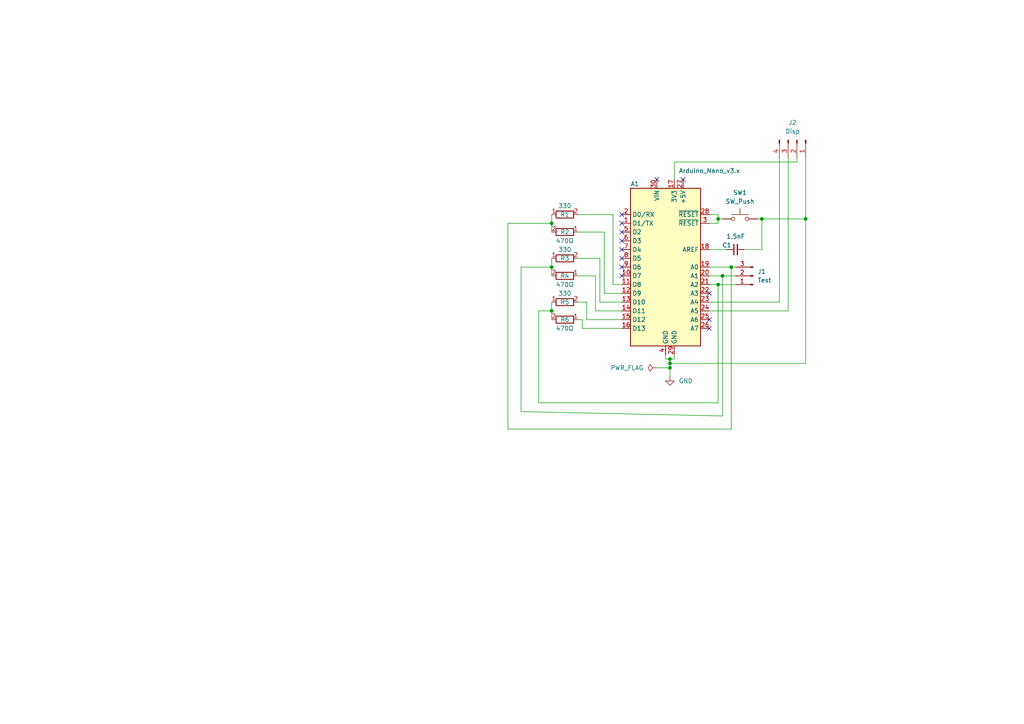
<source format=kicad_sch>
(kicad_sch (version 20211123) (generator eeschema)
  (paper "A4")
  (title_block (title "LCRD-Tester") (date "2023-07-11") (rev "0.1") (company "(C) WodoWiesel") (comment 1 "Arduino-Nano"))
  (lib_symbols
    (symbol "Connector:Conn_01x03_Male" (pin_names (offset 1.016) hide)
      (property "Reference" "J" (at 0 5.08 0))
      (property "Value" "Conn_01x03_Male" (at 0 -5.08 0))
      (symbol "Conn_01x03_Male_1_1"
        (polyline (pts (xy 1.27 -2.54) (xy 0.8636 -2.54)) (stroke (width 0.1524)))
        (polyline (pts (xy 1.27 0) (xy 0.8636 0)) (stroke (width 0.1524)))
        (polyline (pts (xy 1.27 2.54) (xy 0.8636 2.54)) (stroke (width 0.1524)))
        (rectangle (start 0.8636 -2.413) (end 0 -2.667) (stroke (width 0.1524)) (fill (type outline)))
        (rectangle (start 0.8636 0.127) (end 0 -0.127) (stroke (width 0.1524)) (fill (type outline)))
        (rectangle (start 0.8636 2.667) (end 0 2.413) (stroke (width 0.1524)) (fill (type outline)))
        (pin passive line (at 5.08 2.54 180) (length 3.81) (name "Pin_1") (number "1"))
        (pin passive line (at 5.08 0 180) (length 3.81) (name "Pin_2") (number "2"))
        (pin passive line (at 5.08 -2.54 180) (length 3.81) (name "Pin_3") (number "3"))
      )
    )
    (symbol "Connector:Conn_01x04_Male" (pin_names (offset 1.016) hide)
      (property "Reference" "J" (at 0 5.08 0))
      (property "Value" "Conn_01x04_Male" (at 0 -7.62 0))
      (symbol "Conn_01x04_Male_1_1"
        (polyline (pts (xy 1.27 -5.08) (xy 0.8636 -5.08)) (stroke (width 0.1524)))
        (polyline (pts (xy 1.27 -2.54) (xy 0.8636 -2.54)) (stroke (width 0.1524)))
        (polyline (pts (xy 1.27 0) (xy 0.8636 0)) (stroke (width 0.1524)))
        (polyline (pts (xy 1.27 2.54) (xy 0.8636 2.54)) (stroke (width 0.1524)))
        (rectangle (start 0.8636 -4.953) (end 0 -5.207) (stroke (width 0.1524)) (fill (type outline)))
        (rectangle (start 0.8636 -2.413) (end 0 -2.667) (stroke (width 0.1524)) (fill (type outline)))
        (rectangle (start 0.8636 0.127) (end 0 -0.127) (stroke (width 0.1524)) (fill (type outline)))
        (rectangle (start 0.8636 2.667) (end 0 2.413) (stroke (width 0.1524)) (fill (type outline)))
        (pin passive line (at 5.08 2.54 180) (length 3.81) (name "Pin_1") (number "1"))
        (pin passive line (at 5.08 0 180) (length 3.81) (name "Pin_2") (number "2"))
        (pin passive line (at 5.08 -2.54 180) (length 3.81) (name "Pin_3") (number "3"))
        (pin passive line (at 5.08 -5.08 180) (length 3.81) (name "Pin_4") (number "4"))
      )
    )
    (symbol "Device:C_Small" (pin_numbers hide) (pin_names (offset 0.254) hide)
      (property "Reference" "C" (at 0.254 1.778 0))
      (property "Value" "C_Small" (at 0.254 -2.032 0))
      (symbol "C_Small_0_1"
        (polyline (pts (xy -1.524 -0.508) (xy 1.524 -0.508)) (stroke (width 0.3302)))
        (polyline (pts (xy -1.524 0.508) (xy 1.524 0.508)) (stroke (width 0.3048)))
      )
      (symbol "C_Small_1_1"
        (pin passive line (at 0 2.54 270) (length 2.032) (name "~") (number "1"))
        (pin passive line (at 0 -2.54 90) (length 2.032) (name "~") (number "2"))
      )
    )
    (symbol "Device:R" (pin_names (offset 0))
      (property "Reference" "R" (at 2.032 0 90))
      (property "Value" "R" (at 0 0 90))
      (symbol "R_0_1"
        (rectangle (start -1.016 -2.54) (end 1.016 2.54) (stroke (width 0.254)))
      )
      (symbol "R_1_1"
        (pin passive line (at 0 3.81 270) (length 1.27) (name "~") (number "1"))
        (pin passive line (at 0 -3.81 90) (length 1.27) (name "~") (number "2"))
      )
    )
    (symbol "MCU_Module:Arduino_Nano_v3.x"
      (property "Reference" "A" (at -10.16 23.495 0))
      (property "Value" "Arduino_Nano_v3.x" (at 5.08 -24.13 0))
      (symbol "Arduino_Nano_v3.x_0_1"
        (rectangle (start -10.16 22.86) (end 10.16 -22.86) (stroke (width 0.254)) (fill (type background)))
      )
      (symbol "Arduino_Nano_v3.x_1_1"
        (pin bidirectional line (at -12.7 12.7 0) (length 2.54) (name "D1/TX") (number "1"))
        (pin bidirectional line (at -12.7 -2.54 0) (length 2.54) (name "D7") (number "10"))
        (pin bidirectional line (at -12.7 -5.08 0) (length 2.54) (name "D8") (number "11"))
        (pin bidirectional line (at -12.7 -7.62 0) (length 2.54) (name "D9") (number "12"))
        (pin bidirectional line (at -12.7 -10.16 0) (length 2.54) (name "D10") (number "13"))
        (pin bidirectional line (at -12.7 -12.7 0) (length 2.54) (name "D11") (number "14"))
        (pin bidirectional line (at -12.7 -15.24 0) (length 2.54) (name "D12") (number "15"))
        (pin bidirectional line (at -12.7 -17.78 0) (length 2.54) (name "D13") (number "16"))
        (pin power_out line (at 2.54 25.4 270) (length 2.54) (name "3V3") (number "17"))
        (pin input line (at 12.7 5.08 180) (length 2.54) (name "AREF") (number "18"))
        (pin bidirectional line (at 12.7 0 180) (length 2.54) (name "A0") (number "19"))
        (pin bidirectional line (at -12.7 15.24 0) (length 2.54) (name "D0/RX") (number "2"))
        (pin bidirectional line (at 12.7 -2.54 180) (length 2.54) (name "A1") (number "20"))
        (pin bidirectional line (at 12.7 -5.08 180) (length 2.54) (name "A2") (number "21"))
        (pin bidirectional line (at 12.7 -7.62 180) (length 2.54) (name "A3") (number "22"))
        (pin bidirectional line (at 12.7 -10.16 180) (length 2.54) (name "A4") (number "23"))
        (pin bidirectional line (at 12.7 -12.7 180) (length 2.54) (name "A5") (number "24"))
        (pin bidirectional line (at 12.7 -15.24 180) (length 2.54) (name "A6") (number "25"))
        (pin bidirectional line (at 12.7 -17.78 180) (length 2.54) (name "A7") (number "26"))
        (pin power_out line (at 5.08 25.4 270) (length 2.54) (name "+5V") (number "27"))
        (pin input line (at 12.7 15.24 180) (length 2.54) (name "~{RESET}") (number "28"))
        (pin power_in line (at 2.54 -25.4 90) (length 2.54) (name "GND") (number "29"))
        (pin input line (at 12.7 12.7 180) (length 2.54) (name "~{RESET}") (number "3"))
        (pin power_in line (at -2.54 25.4 270) (length 2.54) (name "VIN") (number "30"))
        (pin power_in line (at 0 -25.4 90) (length 2.54) (name "GND") (number "4"))
        (pin bidirectional line (at -12.7 10.16 0) (length 2.54) (name "D2") (number "5"))
        (pin bidirectional line (at -12.7 7.62 0) (length 2.54) (name "D3") (number "6"))
        (pin bidirectional line (at -12.7 5.08 0) (length 2.54) (name "D4") (number "7"))
        (pin bidirectional line (at -12.7 2.54 0) (length 2.54) (name "D5") (number "8"))
        (pin bidirectional line (at -12.7 0 0) (length 2.54) (name "D6") (number "9"))
      )
    )
    (symbol "R_1" (pin_names (offset 0))
      (property "Reference" "R" (at 2.032 0 90))
      (property "Value" "R_1" (at 0 0 90))
      (symbol "R_1_0_1"
        (rectangle (start -1.016 -2.54) (end 1.016 2.54) (stroke (width 0.254)))
      )
      (symbol "R_1_1_1"
        (pin passive line (at 0 3.81 270) (length 1.27) (name "~") (number "1"))
        (pin passive line (at 0 -3.81 90) (length 1.27) (name "~") (number "2"))
      )
    )
    (symbol "Switch:SW_Push" (pin_numbers hide) (pin_names (offset 1.016) hide)
      (property "Reference" "SW" (at 1.27 2.54 0))
      (property "Value" "SW_Push" (at 0 -1.524 0))
      (symbol "SW_Push_0_1"
        (circle (center -2.032 0) (radius 0.508))
        (polyline (pts (xy 0 1.27) (xy 0 3.048)))
        (polyline (pts (xy 2.54 1.27) (xy -2.54 1.27)))
        (circle (center 2.032 0) (radius 0.508))
        (pin passive line (at -5.08 0 0) (length 2.54) (name "1") (number "1"))
        (pin passive line (at 5.08 0 180) (length 2.54) (name "2") (number "2"))
      )
    )
    (symbol "power:GND" (power) (pin_names (offset 0))
      (property "Value" "GND" (at 0 -3.81 0))
      (symbol "GND_0_1"
        (polyline (pts (xy 0 0) (xy 0 -1.27) (xy 1.27 -1.27) (xy 0 -2.54) (xy -1.27 -1.27) (xy 0 -1.27)))
      )
      (symbol "GND_1_1"
        (pin power_in line (at 0 0 270) (length 0) hide (name "GND") (number "1"))
      )
    )
    (symbol "power:PWR_FLAG" (power) (pin_numbers hide) (pin_names (offset 0) hide)
      (property "Value" "PWR_FLAG" (at 0 3.81 0))
      (symbol "PWR_FLAG_0_0"
        (pin power_out line (at 0 0 90) (length 0) (name "pwr") (number "1"))
      )
      (symbol "PWR_FLAG_0_1"
        (polyline (pts (xy 0 0) (xy 0 1.27) (xy -1.016 1.905) (xy 0 2.54) (xy 1.016 1.905) (xy 0 1.27)))
      )
    )
  )
  (junction (at 220.98 63.5))
  (junction (at 209.55 80.01))
  (junction (at 208.28 82.55))
  (junction (at 194.31 104.14))
  (junction (at 194.31 105.41))
  (junction (at 233.68 63.5))
  (junction (at 212.09 77.47))
  (junction (at 160.02 64.77))
  (junction (at 208.28 63.5))
  (junction (at 194.31 106.68))
  (junction (at 160.02 77.47))
  (junction (at 160.02 90.17))
  (no_connect (at 205.74 95.25))
  (no_connect (at 205.74 92.71))
  (no_connect (at 180.34 64.77))
  (no_connect (at 180.34 62.23))
  (no_connect (at 198.12 52.07))
  (no_connect (at 205.74 85.09))
  (no_connect (at 180.34 69.85))
  (no_connect (at 180.34 72.39))
  (no_connect (at 180.34 67.31))
  (no_connect (at 180.34 80.01))
  (no_connect (at 180.34 77.47))
  (no_connect (at 180.34 74.93))
  (no_connect (at 190.5 52.07))
  (wire (pts (xy 193.04 104.14) (xy 193.04 102.87)))
  (wire (pts (xy 167.64 92.71) (xy 168.91 92.71)))
  (wire (pts (xy 167.64 87.63) (xy 170.18 87.63)))
  (wire (pts (xy 205.74 64.77) (xy 208.28 64.77)))
  (wire (pts (xy 170.18 92.71) (xy 180.34 92.71)))
  (wire (pts (xy 180.34 82.55) (xy 177.8 82.55)))
  (wire (pts (xy 147.32 124.46) (xy 212.09 124.46)))
  (wire (pts (xy 190.5 106.68) (xy 194.31 106.68)))
  (wire (pts (xy 226.06 45.72) (xy 226.06 87.63)))
  (wire (pts (xy 177.8 62.23) (xy 177.8 82.55)))
  (wire (pts (xy 147.32 64.77) (xy 160.02 64.77)))
  (wire (pts (xy 151.13 77.47) (xy 151.13 119.38)))
  (wire (pts (xy 208.28 63.5) (xy 209.55 63.5)))
  (wire (pts (xy 220.98 63.5) (xy 233.68 63.5)))
  (wire (pts (xy 156.21 90.17) (xy 156.21 116.84)))
  (wire (pts (xy 194.31 105.41) (xy 233.68 105.41)))
  (wire (pts (xy 208.28 82.55) (xy 213.36 82.55)))
  (wire (pts (xy 195.58 46.99) (xy 231.14 46.99)))
  (wire (pts (xy 220.98 63.5) (xy 219.71 63.5)))
  (wire (pts (xy 151.13 77.47) (xy 160.02 77.47)))
  (wire (pts (xy 160.02 90.17) (xy 156.21 90.17)))
  (wire (pts (xy 208.28 62.23) (xy 208.28 63.5)))
  (wire (pts (xy 167.64 74.93) (xy 173.99 74.93)))
  (wire (pts (xy 193.04 104.14) (xy 194.31 104.14)))
  (wire (pts (xy 160.02 90.17) (xy 160.02 92.71)))
  (wire (pts (xy 167.64 67.31) (xy 175.26 67.31)))
  (wire (pts (xy 205.74 72.39) (xy 210.82 72.39)))
  (wire (pts (xy 205.74 87.63) (xy 226.06 87.63)))
  (wire (pts (xy 205.74 80.01) (xy 209.55 80.01)))
  (wire (pts (xy 173.99 87.63) (xy 180.34 87.63)))
  (wire (pts (xy 233.68 45.72) (xy 233.68 63.5)))
  (wire (pts (xy 175.26 85.09) (xy 180.34 85.09)))
  (wire (pts (xy 231.14 46.99) (xy 231.14 45.72)))
  (wire (pts (xy 215.9 72.39) (xy 220.98 72.39)))
  (wire (pts (xy 205.74 90.17) (xy 228.6 90.17)))
  (wire (pts (xy 205.74 82.55) (xy 208.28 82.55)))
  (wire (pts (xy 208.28 63.5) (xy 208.28 64.77)))
  (wire (pts (xy 160.02 62.23) (xy 160.02 64.77)))
  (wire (pts (xy 173.99 74.93) (xy 173.99 87.63)))
  (wire (pts (xy 170.18 87.63) (xy 170.18 92.71)))
  (wire (pts (xy 195.58 104.14) (xy 195.58 102.87)))
  (wire (pts (xy 209.55 80.01) (xy 209.55 120.65)))
  (wire (pts (xy 195.58 46.99) (xy 195.58 52.07)))
  (wire (pts (xy 194.31 104.14) (xy 195.58 104.14)))
  (wire (pts (xy 160.02 77.47) (xy 160.02 80.01)))
  (wire (pts (xy 194.31 104.14) (xy 194.31 105.41)))
  (wire (pts (xy 167.64 80.01) (xy 172.72 80.01)))
  (wire (pts (xy 151.13 119.38) (xy 209.55 120.65)))
  (wire (pts (xy 208.28 82.55) (xy 208.28 116.84)))
  (wire (pts (xy 209.55 80.01) (xy 213.36 80.01)))
  (wire (pts (xy 168.91 92.71) (xy 168.91 95.25)))
  (wire (pts (xy 160.02 74.93) (xy 160.02 77.47)))
  (wire (pts (xy 156.21 116.84) (xy 208.28 116.84)))
  (wire (pts (xy 172.72 90.17) (xy 172.72 80.01)))
  (wire (pts (xy 212.09 77.47) (xy 213.36 77.47)))
  (wire (pts (xy 180.34 90.17) (xy 172.72 90.17)))
  (wire (pts (xy 205.74 77.47) (xy 212.09 77.47)))
  (wire (pts (xy 205.74 62.23) (xy 208.28 62.23)))
  (wire (pts (xy 228.6 45.72) (xy 228.6 90.17)))
  (wire (pts (xy 167.64 62.23) (xy 177.8 62.23)))
  (wire (pts (xy 175.26 67.31) (xy 175.26 85.09)))
  (wire (pts (xy 220.98 72.39) (xy 220.98 63.5)))
  (wire (pts (xy 212.09 124.46) (xy 212.09 77.47)))
  (wire (pts (xy 194.31 106.68) (xy 194.31 109.22)))
  (wire (pts (xy 194.31 105.41) (xy 194.31 106.68)))
  (wire (pts (xy 147.32 64.77) (xy 147.32 124.46)))
  (wire (pts (xy 233.68 63.5) (xy 233.68 105.41)))
  (wire (pts (xy 160.02 87.63) (xy 160.02 90.17)))
  (wire (pts (xy 168.91 95.25) (xy 180.34 95.25)))
  (wire (pts (xy 160.02 64.77) (xy 160.02 67.31)))
  (symbol (lib_id "Device:C_Small") (at 213.36 72.39 90) (unit 1)
    (property "Reference" "C1" (at 210.82 71.12 90))
    (property "Value" "1,5nF" (at 213.3663 68.58 90))
    (property "Footprint" "Capacitor_THT:C_Disc_D5.0mm_W2.5mm_P5.00mm" (effects hide))
  )
  (symbol (lib_id "Switch:SW_Push") (at 214.63 63.5 0) (unit 1)
    (property "Reference" "SW1" (at 214.63 55.88 0))
    (property "Value" "SW_Push" (at 214.63 58.42 0))
    (property "Footprint" "Button_Switch_THT:SW_PUSH_6mm_H4.3mm" (effects hide))
  )
  (symbol (lib_id "MCU_Module:Arduino_Nano_v3.x") (at 193.04 77.47 0) (unit 1)
    (property "Reference" "A1" (at 182.88 53.34 0) (effects (justify left)))
    (property "Value" "Arduino_Nano_v3.x" (at 196.85 49.53 0) (effects (justify left)))
    (property "Footprint" "Module:Arduino_Nano" (effects hide))
    (property "Datasheet" "http://www.mouser.com/pdfdocs/Gravitech_Arduino_Nano3_0.pdf" (effects hide))
  )
  (symbol (lib_id "Device:R") (at 163.83 80.01 270) (unit 1)
    (property "Reference" "R4" (at 163.83 80.01 90))
    (property "Value" "470Ω" (at 163.83 82.55 90))
    (property "Footprint" "Resistor_THT:R_Axial_DIN0204_L3.6mm_D1.6mm_P7.62mm_Horizontal" (effects hide))
  )
  (symbol (lib_name "R_1") (lib_id "Device:R") (at 163.83 62.23 90) (unit 1)
    (property "Reference" "R1" (at 163.83 62.23 90))
    (property "Value" "330" (at 163.83 59.69 90))
    (property "Footprint" "Resistor_THT:R_Axial_DIN0204_L3.6mm_D1.6mm_P7.62mm_Horizontal" (effects hide))
  )
  (symbol (lib_id "Connector:Conn_01x03_Male") (at 218.44 80.01 180) (unit 1)
    (property "Reference" "J1" (at 219.71 78.7399 0) (effects (justify right)))
    (property "Value" "Test" (at 219.71 81.2799 0) (effects (justify right)))
    (property "Footprint" "Connector_PinSocket_2.54mm:PinSocket_1x03_P2.54mm_Vertical" (effects hide))
  )
  (symbol (lib_id "Device:R") (at 163.83 67.31 270) (unit 1)
    (property "Reference" "R2" (at 163.83 67.31 90))
    (property "Value" "470Ω" (at 163.83 69.85 90))
    (property "Footprint" "Resistor_THT:R_Axial_DIN0204_L3.6mm_D1.6mm_P7.62mm_Horizontal" (effects hide))
  )
  (symbol (lib_name "R_1") (lib_id "Device:R") (at 163.83 74.93 90) (unit 1)
    (property "Reference" "R3" (at 163.83 74.93 90))
    (property "Value" "330" (at 163.83 72.39 90))
    (property "Footprint" "Resistor_THT:R_Axial_DIN0204_L3.6mm_D1.6mm_P7.62mm_Horizontal" (effects hide))
  )
  (symbol (lib_id "power:GND") (at 194.31 109.22 0) (unit 1)
    (property "Reference" "#PWR0102" (effects hide))
    (property "Value" "GND" (at 196.85 110.4899 0) (effects (justify left)))
  )
  (symbol (lib_id "Device:R") (at 163.83 92.71 270) (unit 1)
    (property "Reference" "R6" (at 163.83 92.71 90))
    (property "Value" "470Ω" (at 163.83 95.25 90))
    (property "Footprint" "Resistor_THT:R_Axial_DIN0204_L3.6mm_D1.6mm_P7.62mm_Horizontal" (effects hide))
  )
  (symbol (lib_id "Connector:Conn_01x04_Male") (at 231.14 40.64 270) (unit 1)
    (property "Reference" "J2" (at 229.87 35.56 90))
    (property "Value" "Disp" (at 229.87 38.1 90))
    (property "Footprint" "Connector_PinSocket_2.54mm:PinSocket_1x04_P2.54mm_Vertical" (effects hide))
  )
  (symbol (lib_id "power:PWR_FLAG") (at 190.5 106.68 90) (unit 1)
    (property "Reference" "#FLG0101" (effects hide))
    (property "Value" "PWR_FLAG" (at 186.69 106.68 90) (effects (justify left)))
  )
  (symbol (lib_name "R_1") (lib_id "Device:R") (at 163.83 87.63 90) (unit 1)
    (property "Reference" "R5" (at 163.83 87.63 90))
    (property "Value" "330" (at 163.83 85.09 90))
    (property "Footprint" "Resistor_THT:R_Axial_DIN0204_L3.6mm_D1.6mm_P7.62mm_Horizontal" (effects hide))
  )
)
</source>
